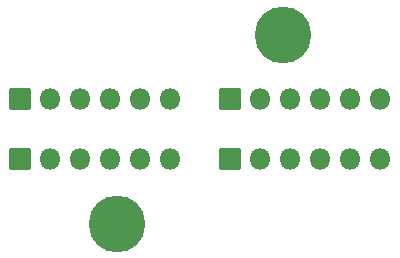
<source format=gbs>
%TF.GenerationSoftware,KiCad,Pcbnew,(6.0.7)*%
%TF.CreationDate,2022-09-30T15:50:05-07:00*%
%TF.ProjectId,companion,636f6d70-616e-4696-9f6e-2e6b69636164,rev?*%
%TF.SameCoordinates,Original*%
%TF.FileFunction,Soldermask,Bot*%
%TF.FilePolarity,Negative*%
%FSLAX46Y46*%
G04 Gerber Fmt 4.6, Leading zero omitted, Abs format (unit mm)*
G04 Created by KiCad (PCBNEW (6.0.7)) date 2022-09-30 15:50:05*
%MOMM*%
%LPD*%
G01*
G04 APERTURE LIST*
G04 Aperture macros list*
%AMRoundRect*
0 Rectangle with rounded corners*
0 $1 Rounding radius*
0 $2 $3 $4 $5 $6 $7 $8 $9 X,Y pos of 4 corners*
0 Add a 4 corners polygon primitive as box body*
4,1,4,$2,$3,$4,$5,$6,$7,$8,$9,$2,$3,0*
0 Add four circle primitives for the rounded corners*
1,1,$1+$1,$2,$3*
1,1,$1+$1,$4,$5*
1,1,$1+$1,$6,$7*
1,1,$1+$1,$8,$9*
0 Add four rect primitives between the rounded corners*
20,1,$1+$1,$2,$3,$4,$5,0*
20,1,$1+$1,$4,$5,$6,$7,0*
20,1,$1+$1,$6,$7,$8,$9,0*
20,1,$1+$1,$8,$9,$2,$3,0*%
G04 Aperture macros list end*
%ADD10C,4.800000*%
%ADD11RoundRect,0.050000X-0.850000X0.850000X-0.850000X-0.850000X0.850000X-0.850000X0.850000X0.850000X0*%
%ADD12O,1.800000X1.800000*%
G04 APERTURE END LIST*
D10*
%TO.C,H1*%
X10425000Y-25425000D03*
%TD*%
%TO.C,H2*%
X24425000Y-9425000D03*
%TD*%
D11*
%TO.C,J1*%
X2185000Y-14885000D03*
D12*
X4725000Y-14885000D03*
X7265000Y-14885000D03*
X9805000Y-14885000D03*
X12345000Y-14885000D03*
X14885000Y-14885000D03*
%TD*%
%TO.C,J2*%
X14885000Y-19965000D03*
X12345000Y-19965000D03*
X9805000Y-19965000D03*
X7265000Y-19965000D03*
X4725000Y-19965000D03*
D11*
X2185000Y-19965000D03*
%TD*%
D12*
%TO.C,J3*%
X32665000Y-14885000D03*
X30125000Y-14885000D03*
X27585000Y-14885000D03*
X25045000Y-14885000D03*
X22505000Y-14885000D03*
D11*
X19965000Y-14885000D03*
%TD*%
D12*
%TO.C,J4*%
X32665000Y-19965000D03*
X30125000Y-19965000D03*
X27585000Y-19965000D03*
X25045000Y-19965000D03*
X22505000Y-19965000D03*
D11*
X19965000Y-19965000D03*
%TD*%
M02*

</source>
